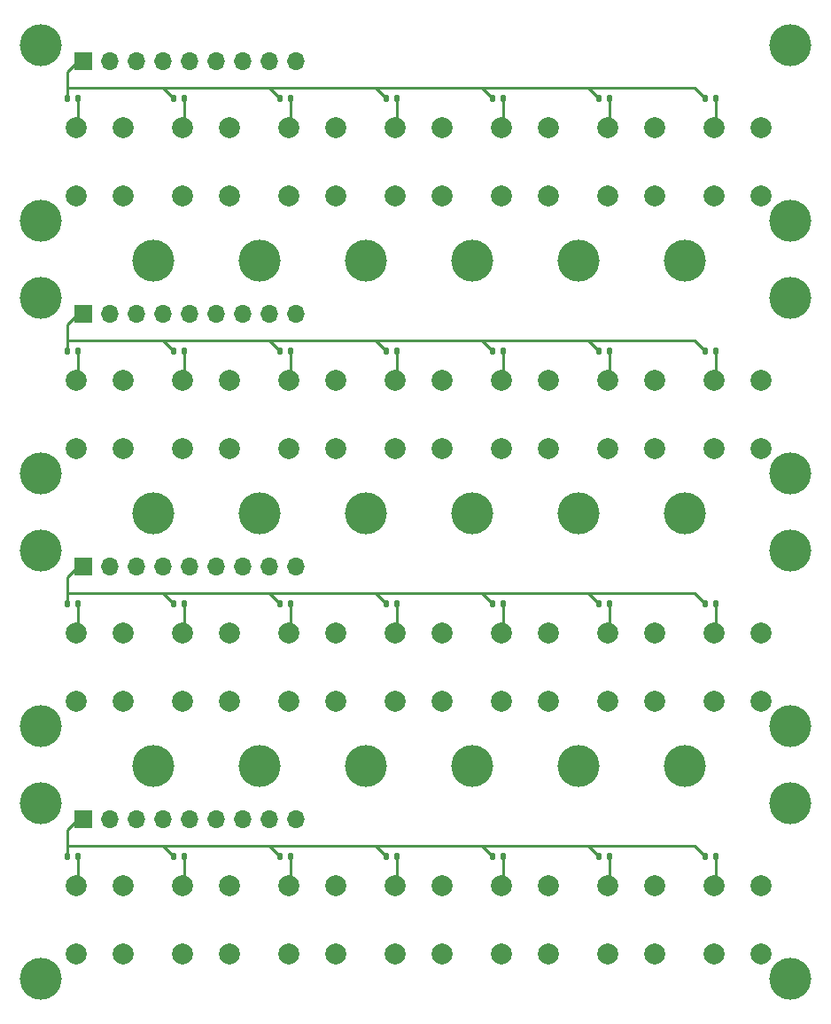
<source format=gbr>
%TF.GenerationSoftware,KiCad,Pcbnew,(5.1.7)-1*%
%TF.CreationDate,2021-03-20T09:03:10+03:00*%
%TF.ProjectId,mini_keyboard,6d696e69-5f6b-4657-9962-6f6172642e6b,v0.1*%
%TF.SameCoordinates,Original*%
%TF.FileFunction,Copper,L2,Bot*%
%TF.FilePolarity,Positive*%
%FSLAX46Y46*%
G04 Gerber Fmt 4.6, Leading zero omitted, Abs format (unit mm)*
G04 Created by KiCad (PCBNEW (5.1.7)-1) date 2021-03-20 09:03:10*
%MOMM*%
%LPD*%
G01*
G04 APERTURE LIST*
%TA.AperFunction,ComponentPad*%
%ADD10C,2.000000*%
%TD*%
%TA.AperFunction,ComponentPad*%
%ADD11R,1.700000X1.700000*%
%TD*%
%TA.AperFunction,ComponentPad*%
%ADD12O,1.700000X1.700000*%
%TD*%
%TA.AperFunction,ViaPad*%
%ADD13C,4.000000*%
%TD*%
%TA.AperFunction,Conductor*%
%ADD14C,0.250000*%
%TD*%
G04 APERTURE END LIST*
D10*
%TO.P,SW1,2*%
%TO.N,/button_1*%
X65350000Y-106680000D03*
%TO.P,SW1,1*%
%TO.N,GND*%
X69850000Y-106680000D03*
%TO.P,SW1,2*%
%TO.N,/button_1*%
X65350000Y-113180000D03*
%TO.P,SW1,1*%
%TO.N,GND*%
X69850000Y-113180000D03*
%TD*%
%TO.P,R7,1*%
%TO.N,VCC*%
%TA.AperFunction,SMDPad,CuDef*%
G36*
G01*
X125202000Y-104071000D02*
X125202000Y-103701000D01*
G75*
G02*
X125337000Y-103566000I135000J0D01*
G01*
X125607000Y-103566000D01*
G75*
G02*
X125742000Y-103701000I0J-135000D01*
G01*
X125742000Y-104071000D01*
G75*
G02*
X125607000Y-104206000I-135000J0D01*
G01*
X125337000Y-104206000D01*
G75*
G02*
X125202000Y-104071000I0J135000D01*
G01*
G37*
%TD.AperFunction*%
%TO.P,R7,2*%
%TO.N,/button_7*%
%TA.AperFunction,SMDPad,CuDef*%
G36*
G01*
X126222000Y-104071000D02*
X126222000Y-103701000D01*
G75*
G02*
X126357000Y-103566000I135000J0D01*
G01*
X126627000Y-103566000D01*
G75*
G02*
X126762000Y-103701000I0J-135000D01*
G01*
X126762000Y-104071000D01*
G75*
G02*
X126627000Y-104206000I-135000J0D01*
G01*
X126357000Y-104206000D01*
G75*
G02*
X126222000Y-104071000I0J135000D01*
G01*
G37*
%TD.AperFunction*%
%TD*%
%TO.P,R6,1*%
%TO.N,VCC*%
%TA.AperFunction,SMDPad,CuDef*%
G36*
G01*
X115042000Y-104071000D02*
X115042000Y-103701000D01*
G75*
G02*
X115177000Y-103566000I135000J0D01*
G01*
X115447000Y-103566000D01*
G75*
G02*
X115582000Y-103701000I0J-135000D01*
G01*
X115582000Y-104071000D01*
G75*
G02*
X115447000Y-104206000I-135000J0D01*
G01*
X115177000Y-104206000D01*
G75*
G02*
X115042000Y-104071000I0J135000D01*
G01*
G37*
%TD.AperFunction*%
%TO.P,R6,2*%
%TO.N,/button_6*%
%TA.AperFunction,SMDPad,CuDef*%
G36*
G01*
X116062000Y-104071000D02*
X116062000Y-103701000D01*
G75*
G02*
X116197000Y-103566000I135000J0D01*
G01*
X116467000Y-103566000D01*
G75*
G02*
X116602000Y-103701000I0J-135000D01*
G01*
X116602000Y-104071000D01*
G75*
G02*
X116467000Y-104206000I-135000J0D01*
G01*
X116197000Y-104206000D01*
G75*
G02*
X116062000Y-104071000I0J135000D01*
G01*
G37*
%TD.AperFunction*%
%TD*%
%TO.P,R5,1*%
%TO.N,VCC*%
%TA.AperFunction,SMDPad,CuDef*%
G36*
G01*
X104882000Y-104071000D02*
X104882000Y-103701000D01*
G75*
G02*
X105017000Y-103566000I135000J0D01*
G01*
X105287000Y-103566000D01*
G75*
G02*
X105422000Y-103701000I0J-135000D01*
G01*
X105422000Y-104071000D01*
G75*
G02*
X105287000Y-104206000I-135000J0D01*
G01*
X105017000Y-104206000D01*
G75*
G02*
X104882000Y-104071000I0J135000D01*
G01*
G37*
%TD.AperFunction*%
%TO.P,R5,2*%
%TO.N,/button_5*%
%TA.AperFunction,SMDPad,CuDef*%
G36*
G01*
X105902000Y-104071000D02*
X105902000Y-103701000D01*
G75*
G02*
X106037000Y-103566000I135000J0D01*
G01*
X106307000Y-103566000D01*
G75*
G02*
X106442000Y-103701000I0J-135000D01*
G01*
X106442000Y-104071000D01*
G75*
G02*
X106307000Y-104206000I-135000J0D01*
G01*
X106037000Y-104206000D01*
G75*
G02*
X105902000Y-104071000I0J135000D01*
G01*
G37*
%TD.AperFunction*%
%TD*%
%TO.P,R4,1*%
%TO.N,VCC*%
%TA.AperFunction,SMDPad,CuDef*%
G36*
G01*
X94722000Y-104071000D02*
X94722000Y-103701000D01*
G75*
G02*
X94857000Y-103566000I135000J0D01*
G01*
X95127000Y-103566000D01*
G75*
G02*
X95262000Y-103701000I0J-135000D01*
G01*
X95262000Y-104071000D01*
G75*
G02*
X95127000Y-104206000I-135000J0D01*
G01*
X94857000Y-104206000D01*
G75*
G02*
X94722000Y-104071000I0J135000D01*
G01*
G37*
%TD.AperFunction*%
%TO.P,R4,2*%
%TO.N,/button_4*%
%TA.AperFunction,SMDPad,CuDef*%
G36*
G01*
X95742000Y-104071000D02*
X95742000Y-103701000D01*
G75*
G02*
X95877000Y-103566000I135000J0D01*
G01*
X96147000Y-103566000D01*
G75*
G02*
X96282000Y-103701000I0J-135000D01*
G01*
X96282000Y-104071000D01*
G75*
G02*
X96147000Y-104206000I-135000J0D01*
G01*
X95877000Y-104206000D01*
G75*
G02*
X95742000Y-104071000I0J135000D01*
G01*
G37*
%TD.AperFunction*%
%TD*%
%TO.P,R3,1*%
%TO.N,VCC*%
%TA.AperFunction,SMDPad,CuDef*%
G36*
G01*
X84562000Y-104071000D02*
X84562000Y-103701000D01*
G75*
G02*
X84697000Y-103566000I135000J0D01*
G01*
X84967000Y-103566000D01*
G75*
G02*
X85102000Y-103701000I0J-135000D01*
G01*
X85102000Y-104071000D01*
G75*
G02*
X84967000Y-104206000I-135000J0D01*
G01*
X84697000Y-104206000D01*
G75*
G02*
X84562000Y-104071000I0J135000D01*
G01*
G37*
%TD.AperFunction*%
%TO.P,R3,2*%
%TO.N,/button_3*%
%TA.AperFunction,SMDPad,CuDef*%
G36*
G01*
X85582000Y-104071000D02*
X85582000Y-103701000D01*
G75*
G02*
X85717000Y-103566000I135000J0D01*
G01*
X85987000Y-103566000D01*
G75*
G02*
X86122000Y-103701000I0J-135000D01*
G01*
X86122000Y-104071000D01*
G75*
G02*
X85987000Y-104206000I-135000J0D01*
G01*
X85717000Y-104206000D01*
G75*
G02*
X85582000Y-104071000I0J135000D01*
G01*
G37*
%TD.AperFunction*%
%TD*%
%TO.P,R2,1*%
%TO.N,VCC*%
%TA.AperFunction,SMDPad,CuDef*%
G36*
G01*
X74402000Y-104071000D02*
X74402000Y-103701000D01*
G75*
G02*
X74537000Y-103566000I135000J0D01*
G01*
X74807000Y-103566000D01*
G75*
G02*
X74942000Y-103701000I0J-135000D01*
G01*
X74942000Y-104071000D01*
G75*
G02*
X74807000Y-104206000I-135000J0D01*
G01*
X74537000Y-104206000D01*
G75*
G02*
X74402000Y-104071000I0J135000D01*
G01*
G37*
%TD.AperFunction*%
%TO.P,R2,2*%
%TO.N,/button_2*%
%TA.AperFunction,SMDPad,CuDef*%
G36*
G01*
X75422000Y-104071000D02*
X75422000Y-103701000D01*
G75*
G02*
X75557000Y-103566000I135000J0D01*
G01*
X75827000Y-103566000D01*
G75*
G02*
X75962000Y-103701000I0J-135000D01*
G01*
X75962000Y-104071000D01*
G75*
G02*
X75827000Y-104206000I-135000J0D01*
G01*
X75557000Y-104206000D01*
G75*
G02*
X75422000Y-104071000I0J135000D01*
G01*
G37*
%TD.AperFunction*%
%TD*%
%TO.P,R1,1*%
%TO.N,VCC*%
%TA.AperFunction,SMDPad,CuDef*%
G36*
G01*
X64246000Y-104071000D02*
X64246000Y-103701000D01*
G75*
G02*
X64381000Y-103566000I135000J0D01*
G01*
X64651000Y-103566000D01*
G75*
G02*
X64786000Y-103701000I0J-135000D01*
G01*
X64786000Y-104071000D01*
G75*
G02*
X64651000Y-104206000I-135000J0D01*
G01*
X64381000Y-104206000D01*
G75*
G02*
X64246000Y-104071000I0J135000D01*
G01*
G37*
%TD.AperFunction*%
%TO.P,R1,2*%
%TO.N,/button_1*%
%TA.AperFunction,SMDPad,CuDef*%
G36*
G01*
X65266000Y-104071000D02*
X65266000Y-103701000D01*
G75*
G02*
X65401000Y-103566000I135000J0D01*
G01*
X65671000Y-103566000D01*
G75*
G02*
X65806000Y-103701000I0J-135000D01*
G01*
X65806000Y-104071000D01*
G75*
G02*
X65671000Y-104206000I-135000J0D01*
G01*
X65401000Y-104206000D01*
G75*
G02*
X65266000Y-104071000I0J135000D01*
G01*
G37*
%TD.AperFunction*%
%TD*%
D11*
%TO.P,J1,1*%
%TO.N,VCC*%
X66040000Y-100330000D03*
D12*
%TO.P,J1,2*%
%TO.N,/button_1*%
X68580000Y-100330000D03*
%TO.P,J1,3*%
%TO.N,/button_2*%
X71120000Y-100330000D03*
%TO.P,J1,4*%
%TO.N,/button_3*%
X73660000Y-100330000D03*
%TO.P,J1,5*%
%TO.N,/button_4*%
X76200000Y-100330000D03*
%TO.P,J1,6*%
%TO.N,/button_5*%
X78740000Y-100330000D03*
%TO.P,J1,7*%
%TO.N,/button_6*%
X81280000Y-100330000D03*
%TO.P,J1,8*%
%TO.N,/button_7*%
X83820000Y-100330000D03*
%TO.P,J1,9*%
%TO.N,GND*%
X86360000Y-100330000D03*
%TD*%
D10*
%TO.P,SW7,2*%
%TO.N,/button_7*%
X126310000Y-106680000D03*
%TO.P,SW7,1*%
%TO.N,GND*%
X130810000Y-106680000D03*
%TO.P,SW7,2*%
%TO.N,/button_7*%
X126310000Y-113180000D03*
%TO.P,SW7,1*%
%TO.N,GND*%
X130810000Y-113180000D03*
%TD*%
%TO.P,SW6,2*%
%TO.N,/button_6*%
X116150000Y-106680000D03*
%TO.P,SW6,1*%
%TO.N,GND*%
X120650000Y-106680000D03*
%TO.P,SW6,2*%
%TO.N,/button_6*%
X116150000Y-113180000D03*
%TO.P,SW6,1*%
%TO.N,GND*%
X120650000Y-113180000D03*
%TD*%
%TO.P,SW5,2*%
%TO.N,/button_5*%
X105990000Y-106680000D03*
%TO.P,SW5,1*%
%TO.N,GND*%
X110490000Y-106680000D03*
%TO.P,SW5,2*%
%TO.N,/button_5*%
X105990000Y-113180000D03*
%TO.P,SW5,1*%
%TO.N,GND*%
X110490000Y-113180000D03*
%TD*%
%TO.P,SW4,2*%
%TO.N,/button_4*%
X95830000Y-106680000D03*
%TO.P,SW4,1*%
%TO.N,GND*%
X100330000Y-106680000D03*
%TO.P,SW4,2*%
%TO.N,/button_4*%
X95830000Y-113180000D03*
%TO.P,SW4,1*%
%TO.N,GND*%
X100330000Y-113180000D03*
%TD*%
%TO.P,SW3,2*%
%TO.N,/button_3*%
X85670000Y-106680000D03*
%TO.P,SW3,1*%
%TO.N,GND*%
X90170000Y-106680000D03*
%TO.P,SW3,2*%
%TO.N,/button_3*%
X85670000Y-113180000D03*
%TO.P,SW3,1*%
%TO.N,GND*%
X90170000Y-113180000D03*
%TD*%
%TO.P,SW2,2*%
%TO.N,/button_2*%
X75510000Y-106680000D03*
%TO.P,SW2,1*%
%TO.N,GND*%
X80010000Y-106680000D03*
%TO.P,SW2,2*%
%TO.N,/button_2*%
X75510000Y-113180000D03*
%TO.P,SW2,1*%
%TO.N,GND*%
X80010000Y-113180000D03*
%TD*%
%TO.P,SW2,1*%
%TO.N,GND*%
X80010000Y-89050000D03*
%TO.P,SW2,2*%
%TO.N,/button_2*%
X75510000Y-89050000D03*
%TO.P,SW2,1*%
%TO.N,GND*%
X80010000Y-82550000D03*
%TO.P,SW2,2*%
%TO.N,/button_2*%
X75510000Y-82550000D03*
%TD*%
%TO.P,SW3,1*%
%TO.N,GND*%
X90170000Y-89050000D03*
%TO.P,SW3,2*%
%TO.N,/button_3*%
X85670000Y-89050000D03*
%TO.P,SW3,1*%
%TO.N,GND*%
X90170000Y-82550000D03*
%TO.P,SW3,2*%
%TO.N,/button_3*%
X85670000Y-82550000D03*
%TD*%
%TO.P,SW4,1*%
%TO.N,GND*%
X100330000Y-89050000D03*
%TO.P,SW4,2*%
%TO.N,/button_4*%
X95830000Y-89050000D03*
%TO.P,SW4,1*%
%TO.N,GND*%
X100330000Y-82550000D03*
%TO.P,SW4,2*%
%TO.N,/button_4*%
X95830000Y-82550000D03*
%TD*%
%TO.P,SW5,1*%
%TO.N,GND*%
X110490000Y-89050000D03*
%TO.P,SW5,2*%
%TO.N,/button_5*%
X105990000Y-89050000D03*
%TO.P,SW5,1*%
%TO.N,GND*%
X110490000Y-82550000D03*
%TO.P,SW5,2*%
%TO.N,/button_5*%
X105990000Y-82550000D03*
%TD*%
%TO.P,SW6,1*%
%TO.N,GND*%
X120650000Y-89050000D03*
%TO.P,SW6,2*%
%TO.N,/button_6*%
X116150000Y-89050000D03*
%TO.P,SW6,1*%
%TO.N,GND*%
X120650000Y-82550000D03*
%TO.P,SW6,2*%
%TO.N,/button_6*%
X116150000Y-82550000D03*
%TD*%
%TO.P,SW7,1*%
%TO.N,GND*%
X130810000Y-89050000D03*
%TO.P,SW7,2*%
%TO.N,/button_7*%
X126310000Y-89050000D03*
%TO.P,SW7,1*%
%TO.N,GND*%
X130810000Y-82550000D03*
%TO.P,SW7,2*%
%TO.N,/button_7*%
X126310000Y-82550000D03*
%TD*%
D12*
%TO.P,J1,9*%
%TO.N,GND*%
X86360000Y-76200000D03*
%TO.P,J1,8*%
%TO.N,/button_7*%
X83820000Y-76200000D03*
%TO.P,J1,7*%
%TO.N,/button_6*%
X81280000Y-76200000D03*
%TO.P,J1,6*%
%TO.N,/button_5*%
X78740000Y-76200000D03*
%TO.P,J1,5*%
%TO.N,/button_4*%
X76200000Y-76200000D03*
%TO.P,J1,4*%
%TO.N,/button_3*%
X73660000Y-76200000D03*
%TO.P,J1,3*%
%TO.N,/button_2*%
X71120000Y-76200000D03*
%TO.P,J1,2*%
%TO.N,/button_1*%
X68580000Y-76200000D03*
D11*
%TO.P,J1,1*%
%TO.N,VCC*%
X66040000Y-76200000D03*
%TD*%
%TO.P,R1,2*%
%TO.N,/button_1*%
%TA.AperFunction,SMDPad,CuDef*%
G36*
G01*
X65266000Y-79941000D02*
X65266000Y-79571000D01*
G75*
G02*
X65401000Y-79436000I135000J0D01*
G01*
X65671000Y-79436000D01*
G75*
G02*
X65806000Y-79571000I0J-135000D01*
G01*
X65806000Y-79941000D01*
G75*
G02*
X65671000Y-80076000I-135000J0D01*
G01*
X65401000Y-80076000D01*
G75*
G02*
X65266000Y-79941000I0J135000D01*
G01*
G37*
%TD.AperFunction*%
%TO.P,R1,1*%
%TO.N,VCC*%
%TA.AperFunction,SMDPad,CuDef*%
G36*
G01*
X64246000Y-79941000D02*
X64246000Y-79571000D01*
G75*
G02*
X64381000Y-79436000I135000J0D01*
G01*
X64651000Y-79436000D01*
G75*
G02*
X64786000Y-79571000I0J-135000D01*
G01*
X64786000Y-79941000D01*
G75*
G02*
X64651000Y-80076000I-135000J0D01*
G01*
X64381000Y-80076000D01*
G75*
G02*
X64246000Y-79941000I0J135000D01*
G01*
G37*
%TD.AperFunction*%
%TD*%
%TO.P,R2,2*%
%TO.N,/button_2*%
%TA.AperFunction,SMDPad,CuDef*%
G36*
G01*
X75422000Y-79941000D02*
X75422000Y-79571000D01*
G75*
G02*
X75557000Y-79436000I135000J0D01*
G01*
X75827000Y-79436000D01*
G75*
G02*
X75962000Y-79571000I0J-135000D01*
G01*
X75962000Y-79941000D01*
G75*
G02*
X75827000Y-80076000I-135000J0D01*
G01*
X75557000Y-80076000D01*
G75*
G02*
X75422000Y-79941000I0J135000D01*
G01*
G37*
%TD.AperFunction*%
%TO.P,R2,1*%
%TO.N,VCC*%
%TA.AperFunction,SMDPad,CuDef*%
G36*
G01*
X74402000Y-79941000D02*
X74402000Y-79571000D01*
G75*
G02*
X74537000Y-79436000I135000J0D01*
G01*
X74807000Y-79436000D01*
G75*
G02*
X74942000Y-79571000I0J-135000D01*
G01*
X74942000Y-79941000D01*
G75*
G02*
X74807000Y-80076000I-135000J0D01*
G01*
X74537000Y-80076000D01*
G75*
G02*
X74402000Y-79941000I0J135000D01*
G01*
G37*
%TD.AperFunction*%
%TD*%
%TO.P,R3,2*%
%TO.N,/button_3*%
%TA.AperFunction,SMDPad,CuDef*%
G36*
G01*
X85582000Y-79941000D02*
X85582000Y-79571000D01*
G75*
G02*
X85717000Y-79436000I135000J0D01*
G01*
X85987000Y-79436000D01*
G75*
G02*
X86122000Y-79571000I0J-135000D01*
G01*
X86122000Y-79941000D01*
G75*
G02*
X85987000Y-80076000I-135000J0D01*
G01*
X85717000Y-80076000D01*
G75*
G02*
X85582000Y-79941000I0J135000D01*
G01*
G37*
%TD.AperFunction*%
%TO.P,R3,1*%
%TO.N,VCC*%
%TA.AperFunction,SMDPad,CuDef*%
G36*
G01*
X84562000Y-79941000D02*
X84562000Y-79571000D01*
G75*
G02*
X84697000Y-79436000I135000J0D01*
G01*
X84967000Y-79436000D01*
G75*
G02*
X85102000Y-79571000I0J-135000D01*
G01*
X85102000Y-79941000D01*
G75*
G02*
X84967000Y-80076000I-135000J0D01*
G01*
X84697000Y-80076000D01*
G75*
G02*
X84562000Y-79941000I0J135000D01*
G01*
G37*
%TD.AperFunction*%
%TD*%
%TO.P,R4,2*%
%TO.N,/button_4*%
%TA.AperFunction,SMDPad,CuDef*%
G36*
G01*
X95742000Y-79941000D02*
X95742000Y-79571000D01*
G75*
G02*
X95877000Y-79436000I135000J0D01*
G01*
X96147000Y-79436000D01*
G75*
G02*
X96282000Y-79571000I0J-135000D01*
G01*
X96282000Y-79941000D01*
G75*
G02*
X96147000Y-80076000I-135000J0D01*
G01*
X95877000Y-80076000D01*
G75*
G02*
X95742000Y-79941000I0J135000D01*
G01*
G37*
%TD.AperFunction*%
%TO.P,R4,1*%
%TO.N,VCC*%
%TA.AperFunction,SMDPad,CuDef*%
G36*
G01*
X94722000Y-79941000D02*
X94722000Y-79571000D01*
G75*
G02*
X94857000Y-79436000I135000J0D01*
G01*
X95127000Y-79436000D01*
G75*
G02*
X95262000Y-79571000I0J-135000D01*
G01*
X95262000Y-79941000D01*
G75*
G02*
X95127000Y-80076000I-135000J0D01*
G01*
X94857000Y-80076000D01*
G75*
G02*
X94722000Y-79941000I0J135000D01*
G01*
G37*
%TD.AperFunction*%
%TD*%
%TO.P,R5,2*%
%TO.N,/button_5*%
%TA.AperFunction,SMDPad,CuDef*%
G36*
G01*
X105902000Y-79941000D02*
X105902000Y-79571000D01*
G75*
G02*
X106037000Y-79436000I135000J0D01*
G01*
X106307000Y-79436000D01*
G75*
G02*
X106442000Y-79571000I0J-135000D01*
G01*
X106442000Y-79941000D01*
G75*
G02*
X106307000Y-80076000I-135000J0D01*
G01*
X106037000Y-80076000D01*
G75*
G02*
X105902000Y-79941000I0J135000D01*
G01*
G37*
%TD.AperFunction*%
%TO.P,R5,1*%
%TO.N,VCC*%
%TA.AperFunction,SMDPad,CuDef*%
G36*
G01*
X104882000Y-79941000D02*
X104882000Y-79571000D01*
G75*
G02*
X105017000Y-79436000I135000J0D01*
G01*
X105287000Y-79436000D01*
G75*
G02*
X105422000Y-79571000I0J-135000D01*
G01*
X105422000Y-79941000D01*
G75*
G02*
X105287000Y-80076000I-135000J0D01*
G01*
X105017000Y-80076000D01*
G75*
G02*
X104882000Y-79941000I0J135000D01*
G01*
G37*
%TD.AperFunction*%
%TD*%
%TO.P,R6,2*%
%TO.N,/button_6*%
%TA.AperFunction,SMDPad,CuDef*%
G36*
G01*
X116062000Y-79941000D02*
X116062000Y-79571000D01*
G75*
G02*
X116197000Y-79436000I135000J0D01*
G01*
X116467000Y-79436000D01*
G75*
G02*
X116602000Y-79571000I0J-135000D01*
G01*
X116602000Y-79941000D01*
G75*
G02*
X116467000Y-80076000I-135000J0D01*
G01*
X116197000Y-80076000D01*
G75*
G02*
X116062000Y-79941000I0J135000D01*
G01*
G37*
%TD.AperFunction*%
%TO.P,R6,1*%
%TO.N,VCC*%
%TA.AperFunction,SMDPad,CuDef*%
G36*
G01*
X115042000Y-79941000D02*
X115042000Y-79571000D01*
G75*
G02*
X115177000Y-79436000I135000J0D01*
G01*
X115447000Y-79436000D01*
G75*
G02*
X115582000Y-79571000I0J-135000D01*
G01*
X115582000Y-79941000D01*
G75*
G02*
X115447000Y-80076000I-135000J0D01*
G01*
X115177000Y-80076000D01*
G75*
G02*
X115042000Y-79941000I0J135000D01*
G01*
G37*
%TD.AperFunction*%
%TD*%
%TO.P,R7,2*%
%TO.N,/button_7*%
%TA.AperFunction,SMDPad,CuDef*%
G36*
G01*
X126222000Y-79941000D02*
X126222000Y-79571000D01*
G75*
G02*
X126357000Y-79436000I135000J0D01*
G01*
X126627000Y-79436000D01*
G75*
G02*
X126762000Y-79571000I0J-135000D01*
G01*
X126762000Y-79941000D01*
G75*
G02*
X126627000Y-80076000I-135000J0D01*
G01*
X126357000Y-80076000D01*
G75*
G02*
X126222000Y-79941000I0J135000D01*
G01*
G37*
%TD.AperFunction*%
%TO.P,R7,1*%
%TO.N,VCC*%
%TA.AperFunction,SMDPad,CuDef*%
G36*
G01*
X125202000Y-79941000D02*
X125202000Y-79571000D01*
G75*
G02*
X125337000Y-79436000I135000J0D01*
G01*
X125607000Y-79436000D01*
G75*
G02*
X125742000Y-79571000I0J-135000D01*
G01*
X125742000Y-79941000D01*
G75*
G02*
X125607000Y-80076000I-135000J0D01*
G01*
X125337000Y-80076000D01*
G75*
G02*
X125202000Y-79941000I0J135000D01*
G01*
G37*
%TD.AperFunction*%
%TD*%
D10*
%TO.P,SW1,1*%
%TO.N,GND*%
X69850000Y-89050000D03*
%TO.P,SW1,2*%
%TO.N,/button_1*%
X65350000Y-89050000D03*
%TO.P,SW1,1*%
%TO.N,GND*%
X69850000Y-82550000D03*
%TO.P,SW1,2*%
%TO.N,/button_1*%
X65350000Y-82550000D03*
%TD*%
%TO.P,SW1,2*%
%TO.N,/button_1*%
X65350000Y-58420000D03*
%TO.P,SW1,1*%
%TO.N,GND*%
X69850000Y-58420000D03*
%TO.P,SW1,2*%
%TO.N,/button_1*%
X65350000Y-64920000D03*
%TO.P,SW1,1*%
%TO.N,GND*%
X69850000Y-64920000D03*
%TD*%
%TO.P,R7,1*%
%TO.N,VCC*%
%TA.AperFunction,SMDPad,CuDef*%
G36*
G01*
X125202000Y-55811000D02*
X125202000Y-55441000D01*
G75*
G02*
X125337000Y-55306000I135000J0D01*
G01*
X125607000Y-55306000D01*
G75*
G02*
X125742000Y-55441000I0J-135000D01*
G01*
X125742000Y-55811000D01*
G75*
G02*
X125607000Y-55946000I-135000J0D01*
G01*
X125337000Y-55946000D01*
G75*
G02*
X125202000Y-55811000I0J135000D01*
G01*
G37*
%TD.AperFunction*%
%TO.P,R7,2*%
%TO.N,/button_7*%
%TA.AperFunction,SMDPad,CuDef*%
G36*
G01*
X126222000Y-55811000D02*
X126222000Y-55441000D01*
G75*
G02*
X126357000Y-55306000I135000J0D01*
G01*
X126627000Y-55306000D01*
G75*
G02*
X126762000Y-55441000I0J-135000D01*
G01*
X126762000Y-55811000D01*
G75*
G02*
X126627000Y-55946000I-135000J0D01*
G01*
X126357000Y-55946000D01*
G75*
G02*
X126222000Y-55811000I0J135000D01*
G01*
G37*
%TD.AperFunction*%
%TD*%
%TO.P,R6,1*%
%TO.N,VCC*%
%TA.AperFunction,SMDPad,CuDef*%
G36*
G01*
X115042000Y-55811000D02*
X115042000Y-55441000D01*
G75*
G02*
X115177000Y-55306000I135000J0D01*
G01*
X115447000Y-55306000D01*
G75*
G02*
X115582000Y-55441000I0J-135000D01*
G01*
X115582000Y-55811000D01*
G75*
G02*
X115447000Y-55946000I-135000J0D01*
G01*
X115177000Y-55946000D01*
G75*
G02*
X115042000Y-55811000I0J135000D01*
G01*
G37*
%TD.AperFunction*%
%TO.P,R6,2*%
%TO.N,/button_6*%
%TA.AperFunction,SMDPad,CuDef*%
G36*
G01*
X116062000Y-55811000D02*
X116062000Y-55441000D01*
G75*
G02*
X116197000Y-55306000I135000J0D01*
G01*
X116467000Y-55306000D01*
G75*
G02*
X116602000Y-55441000I0J-135000D01*
G01*
X116602000Y-55811000D01*
G75*
G02*
X116467000Y-55946000I-135000J0D01*
G01*
X116197000Y-55946000D01*
G75*
G02*
X116062000Y-55811000I0J135000D01*
G01*
G37*
%TD.AperFunction*%
%TD*%
%TO.P,R5,1*%
%TO.N,VCC*%
%TA.AperFunction,SMDPad,CuDef*%
G36*
G01*
X104882000Y-55811000D02*
X104882000Y-55441000D01*
G75*
G02*
X105017000Y-55306000I135000J0D01*
G01*
X105287000Y-55306000D01*
G75*
G02*
X105422000Y-55441000I0J-135000D01*
G01*
X105422000Y-55811000D01*
G75*
G02*
X105287000Y-55946000I-135000J0D01*
G01*
X105017000Y-55946000D01*
G75*
G02*
X104882000Y-55811000I0J135000D01*
G01*
G37*
%TD.AperFunction*%
%TO.P,R5,2*%
%TO.N,/button_5*%
%TA.AperFunction,SMDPad,CuDef*%
G36*
G01*
X105902000Y-55811000D02*
X105902000Y-55441000D01*
G75*
G02*
X106037000Y-55306000I135000J0D01*
G01*
X106307000Y-55306000D01*
G75*
G02*
X106442000Y-55441000I0J-135000D01*
G01*
X106442000Y-55811000D01*
G75*
G02*
X106307000Y-55946000I-135000J0D01*
G01*
X106037000Y-55946000D01*
G75*
G02*
X105902000Y-55811000I0J135000D01*
G01*
G37*
%TD.AperFunction*%
%TD*%
%TO.P,R4,1*%
%TO.N,VCC*%
%TA.AperFunction,SMDPad,CuDef*%
G36*
G01*
X94722000Y-55811000D02*
X94722000Y-55441000D01*
G75*
G02*
X94857000Y-55306000I135000J0D01*
G01*
X95127000Y-55306000D01*
G75*
G02*
X95262000Y-55441000I0J-135000D01*
G01*
X95262000Y-55811000D01*
G75*
G02*
X95127000Y-55946000I-135000J0D01*
G01*
X94857000Y-55946000D01*
G75*
G02*
X94722000Y-55811000I0J135000D01*
G01*
G37*
%TD.AperFunction*%
%TO.P,R4,2*%
%TO.N,/button_4*%
%TA.AperFunction,SMDPad,CuDef*%
G36*
G01*
X95742000Y-55811000D02*
X95742000Y-55441000D01*
G75*
G02*
X95877000Y-55306000I135000J0D01*
G01*
X96147000Y-55306000D01*
G75*
G02*
X96282000Y-55441000I0J-135000D01*
G01*
X96282000Y-55811000D01*
G75*
G02*
X96147000Y-55946000I-135000J0D01*
G01*
X95877000Y-55946000D01*
G75*
G02*
X95742000Y-55811000I0J135000D01*
G01*
G37*
%TD.AperFunction*%
%TD*%
%TO.P,R3,1*%
%TO.N,VCC*%
%TA.AperFunction,SMDPad,CuDef*%
G36*
G01*
X84562000Y-55811000D02*
X84562000Y-55441000D01*
G75*
G02*
X84697000Y-55306000I135000J0D01*
G01*
X84967000Y-55306000D01*
G75*
G02*
X85102000Y-55441000I0J-135000D01*
G01*
X85102000Y-55811000D01*
G75*
G02*
X84967000Y-55946000I-135000J0D01*
G01*
X84697000Y-55946000D01*
G75*
G02*
X84562000Y-55811000I0J135000D01*
G01*
G37*
%TD.AperFunction*%
%TO.P,R3,2*%
%TO.N,/button_3*%
%TA.AperFunction,SMDPad,CuDef*%
G36*
G01*
X85582000Y-55811000D02*
X85582000Y-55441000D01*
G75*
G02*
X85717000Y-55306000I135000J0D01*
G01*
X85987000Y-55306000D01*
G75*
G02*
X86122000Y-55441000I0J-135000D01*
G01*
X86122000Y-55811000D01*
G75*
G02*
X85987000Y-55946000I-135000J0D01*
G01*
X85717000Y-55946000D01*
G75*
G02*
X85582000Y-55811000I0J135000D01*
G01*
G37*
%TD.AperFunction*%
%TD*%
%TO.P,R2,1*%
%TO.N,VCC*%
%TA.AperFunction,SMDPad,CuDef*%
G36*
G01*
X74402000Y-55811000D02*
X74402000Y-55441000D01*
G75*
G02*
X74537000Y-55306000I135000J0D01*
G01*
X74807000Y-55306000D01*
G75*
G02*
X74942000Y-55441000I0J-135000D01*
G01*
X74942000Y-55811000D01*
G75*
G02*
X74807000Y-55946000I-135000J0D01*
G01*
X74537000Y-55946000D01*
G75*
G02*
X74402000Y-55811000I0J135000D01*
G01*
G37*
%TD.AperFunction*%
%TO.P,R2,2*%
%TO.N,/button_2*%
%TA.AperFunction,SMDPad,CuDef*%
G36*
G01*
X75422000Y-55811000D02*
X75422000Y-55441000D01*
G75*
G02*
X75557000Y-55306000I135000J0D01*
G01*
X75827000Y-55306000D01*
G75*
G02*
X75962000Y-55441000I0J-135000D01*
G01*
X75962000Y-55811000D01*
G75*
G02*
X75827000Y-55946000I-135000J0D01*
G01*
X75557000Y-55946000D01*
G75*
G02*
X75422000Y-55811000I0J135000D01*
G01*
G37*
%TD.AperFunction*%
%TD*%
%TO.P,R1,1*%
%TO.N,VCC*%
%TA.AperFunction,SMDPad,CuDef*%
G36*
G01*
X64246000Y-55811000D02*
X64246000Y-55441000D01*
G75*
G02*
X64381000Y-55306000I135000J0D01*
G01*
X64651000Y-55306000D01*
G75*
G02*
X64786000Y-55441000I0J-135000D01*
G01*
X64786000Y-55811000D01*
G75*
G02*
X64651000Y-55946000I-135000J0D01*
G01*
X64381000Y-55946000D01*
G75*
G02*
X64246000Y-55811000I0J135000D01*
G01*
G37*
%TD.AperFunction*%
%TO.P,R1,2*%
%TO.N,/button_1*%
%TA.AperFunction,SMDPad,CuDef*%
G36*
G01*
X65266000Y-55811000D02*
X65266000Y-55441000D01*
G75*
G02*
X65401000Y-55306000I135000J0D01*
G01*
X65671000Y-55306000D01*
G75*
G02*
X65806000Y-55441000I0J-135000D01*
G01*
X65806000Y-55811000D01*
G75*
G02*
X65671000Y-55946000I-135000J0D01*
G01*
X65401000Y-55946000D01*
G75*
G02*
X65266000Y-55811000I0J135000D01*
G01*
G37*
%TD.AperFunction*%
%TD*%
D11*
%TO.P,J1,1*%
%TO.N,VCC*%
X66040000Y-52070000D03*
D12*
%TO.P,J1,2*%
%TO.N,/button_1*%
X68580000Y-52070000D03*
%TO.P,J1,3*%
%TO.N,/button_2*%
X71120000Y-52070000D03*
%TO.P,J1,4*%
%TO.N,/button_3*%
X73660000Y-52070000D03*
%TO.P,J1,5*%
%TO.N,/button_4*%
X76200000Y-52070000D03*
%TO.P,J1,6*%
%TO.N,/button_5*%
X78740000Y-52070000D03*
%TO.P,J1,7*%
%TO.N,/button_6*%
X81280000Y-52070000D03*
%TO.P,J1,8*%
%TO.N,/button_7*%
X83820000Y-52070000D03*
%TO.P,J1,9*%
%TO.N,GND*%
X86360000Y-52070000D03*
%TD*%
D10*
%TO.P,SW7,2*%
%TO.N,/button_7*%
X126310000Y-58420000D03*
%TO.P,SW7,1*%
%TO.N,GND*%
X130810000Y-58420000D03*
%TO.P,SW7,2*%
%TO.N,/button_7*%
X126310000Y-64920000D03*
%TO.P,SW7,1*%
%TO.N,GND*%
X130810000Y-64920000D03*
%TD*%
%TO.P,SW6,2*%
%TO.N,/button_6*%
X116150000Y-58420000D03*
%TO.P,SW6,1*%
%TO.N,GND*%
X120650000Y-58420000D03*
%TO.P,SW6,2*%
%TO.N,/button_6*%
X116150000Y-64920000D03*
%TO.P,SW6,1*%
%TO.N,GND*%
X120650000Y-64920000D03*
%TD*%
%TO.P,SW5,2*%
%TO.N,/button_5*%
X105990000Y-58420000D03*
%TO.P,SW5,1*%
%TO.N,GND*%
X110490000Y-58420000D03*
%TO.P,SW5,2*%
%TO.N,/button_5*%
X105990000Y-64920000D03*
%TO.P,SW5,1*%
%TO.N,GND*%
X110490000Y-64920000D03*
%TD*%
%TO.P,SW4,2*%
%TO.N,/button_4*%
X95830000Y-58420000D03*
%TO.P,SW4,1*%
%TO.N,GND*%
X100330000Y-58420000D03*
%TO.P,SW4,2*%
%TO.N,/button_4*%
X95830000Y-64920000D03*
%TO.P,SW4,1*%
%TO.N,GND*%
X100330000Y-64920000D03*
%TD*%
%TO.P,SW3,2*%
%TO.N,/button_3*%
X85670000Y-58420000D03*
%TO.P,SW3,1*%
%TO.N,GND*%
X90170000Y-58420000D03*
%TO.P,SW3,2*%
%TO.N,/button_3*%
X85670000Y-64920000D03*
%TO.P,SW3,1*%
%TO.N,GND*%
X90170000Y-64920000D03*
%TD*%
%TO.P,SW2,2*%
%TO.N,/button_2*%
X75510000Y-58420000D03*
%TO.P,SW2,1*%
%TO.N,GND*%
X80010000Y-58420000D03*
%TO.P,SW2,2*%
%TO.N,/button_2*%
X75510000Y-64920000D03*
%TO.P,SW2,1*%
%TO.N,GND*%
X80010000Y-64920000D03*
%TD*%
%TO.P,SW7,1*%
%TO.N,GND*%
X130810000Y-40790000D03*
%TO.P,SW7,2*%
%TO.N,/button_7*%
X126310000Y-40790000D03*
%TO.P,SW7,1*%
%TO.N,GND*%
X130810000Y-34290000D03*
%TO.P,SW7,2*%
%TO.N,/button_7*%
X126310000Y-34290000D03*
%TD*%
%TO.P,SW6,1*%
%TO.N,GND*%
X120650000Y-40790000D03*
%TO.P,SW6,2*%
%TO.N,/button_6*%
X116150000Y-40790000D03*
%TO.P,SW6,1*%
%TO.N,GND*%
X120650000Y-34290000D03*
%TO.P,SW6,2*%
%TO.N,/button_6*%
X116150000Y-34290000D03*
%TD*%
%TO.P,SW5,1*%
%TO.N,GND*%
X110490000Y-40790000D03*
%TO.P,SW5,2*%
%TO.N,/button_5*%
X105990000Y-40790000D03*
%TO.P,SW5,1*%
%TO.N,GND*%
X110490000Y-34290000D03*
%TO.P,SW5,2*%
%TO.N,/button_5*%
X105990000Y-34290000D03*
%TD*%
%TO.P,SW4,1*%
%TO.N,GND*%
X100330000Y-40790000D03*
%TO.P,SW4,2*%
%TO.N,/button_4*%
X95830000Y-40790000D03*
%TO.P,SW4,1*%
%TO.N,GND*%
X100330000Y-34290000D03*
%TO.P,SW4,2*%
%TO.N,/button_4*%
X95830000Y-34290000D03*
%TD*%
%TO.P,SW3,1*%
%TO.N,GND*%
X90170000Y-40790000D03*
%TO.P,SW3,2*%
%TO.N,/button_3*%
X85670000Y-40790000D03*
%TO.P,SW3,1*%
%TO.N,GND*%
X90170000Y-34290000D03*
%TO.P,SW3,2*%
%TO.N,/button_3*%
X85670000Y-34290000D03*
%TD*%
%TO.P,SW2,1*%
%TO.N,GND*%
X80010000Y-40790000D03*
%TO.P,SW2,2*%
%TO.N,/button_2*%
X75510000Y-40790000D03*
%TO.P,SW2,1*%
%TO.N,GND*%
X80010000Y-34290000D03*
%TO.P,SW2,2*%
%TO.N,/button_2*%
X75510000Y-34290000D03*
%TD*%
%TO.P,SW1,1*%
%TO.N,GND*%
X69850000Y-40790000D03*
%TO.P,SW1,2*%
%TO.N,/button_1*%
X65350000Y-40790000D03*
%TO.P,SW1,1*%
%TO.N,GND*%
X69850000Y-34290000D03*
%TO.P,SW1,2*%
%TO.N,/button_1*%
X65350000Y-34290000D03*
%TD*%
%TO.P,R7,2*%
%TO.N,/button_7*%
%TA.AperFunction,SMDPad,CuDef*%
G36*
G01*
X126222000Y-31681000D02*
X126222000Y-31311000D01*
G75*
G02*
X126357000Y-31176000I135000J0D01*
G01*
X126627000Y-31176000D01*
G75*
G02*
X126762000Y-31311000I0J-135000D01*
G01*
X126762000Y-31681000D01*
G75*
G02*
X126627000Y-31816000I-135000J0D01*
G01*
X126357000Y-31816000D01*
G75*
G02*
X126222000Y-31681000I0J135000D01*
G01*
G37*
%TD.AperFunction*%
%TO.P,R7,1*%
%TO.N,VCC*%
%TA.AperFunction,SMDPad,CuDef*%
G36*
G01*
X125202000Y-31681000D02*
X125202000Y-31311000D01*
G75*
G02*
X125337000Y-31176000I135000J0D01*
G01*
X125607000Y-31176000D01*
G75*
G02*
X125742000Y-31311000I0J-135000D01*
G01*
X125742000Y-31681000D01*
G75*
G02*
X125607000Y-31816000I-135000J0D01*
G01*
X125337000Y-31816000D01*
G75*
G02*
X125202000Y-31681000I0J135000D01*
G01*
G37*
%TD.AperFunction*%
%TD*%
%TO.P,R6,2*%
%TO.N,/button_6*%
%TA.AperFunction,SMDPad,CuDef*%
G36*
G01*
X116062000Y-31681000D02*
X116062000Y-31311000D01*
G75*
G02*
X116197000Y-31176000I135000J0D01*
G01*
X116467000Y-31176000D01*
G75*
G02*
X116602000Y-31311000I0J-135000D01*
G01*
X116602000Y-31681000D01*
G75*
G02*
X116467000Y-31816000I-135000J0D01*
G01*
X116197000Y-31816000D01*
G75*
G02*
X116062000Y-31681000I0J135000D01*
G01*
G37*
%TD.AperFunction*%
%TO.P,R6,1*%
%TO.N,VCC*%
%TA.AperFunction,SMDPad,CuDef*%
G36*
G01*
X115042000Y-31681000D02*
X115042000Y-31311000D01*
G75*
G02*
X115177000Y-31176000I135000J0D01*
G01*
X115447000Y-31176000D01*
G75*
G02*
X115582000Y-31311000I0J-135000D01*
G01*
X115582000Y-31681000D01*
G75*
G02*
X115447000Y-31816000I-135000J0D01*
G01*
X115177000Y-31816000D01*
G75*
G02*
X115042000Y-31681000I0J135000D01*
G01*
G37*
%TD.AperFunction*%
%TD*%
%TO.P,R5,2*%
%TO.N,/button_5*%
%TA.AperFunction,SMDPad,CuDef*%
G36*
G01*
X105902000Y-31681000D02*
X105902000Y-31311000D01*
G75*
G02*
X106037000Y-31176000I135000J0D01*
G01*
X106307000Y-31176000D01*
G75*
G02*
X106442000Y-31311000I0J-135000D01*
G01*
X106442000Y-31681000D01*
G75*
G02*
X106307000Y-31816000I-135000J0D01*
G01*
X106037000Y-31816000D01*
G75*
G02*
X105902000Y-31681000I0J135000D01*
G01*
G37*
%TD.AperFunction*%
%TO.P,R5,1*%
%TO.N,VCC*%
%TA.AperFunction,SMDPad,CuDef*%
G36*
G01*
X104882000Y-31681000D02*
X104882000Y-31311000D01*
G75*
G02*
X105017000Y-31176000I135000J0D01*
G01*
X105287000Y-31176000D01*
G75*
G02*
X105422000Y-31311000I0J-135000D01*
G01*
X105422000Y-31681000D01*
G75*
G02*
X105287000Y-31816000I-135000J0D01*
G01*
X105017000Y-31816000D01*
G75*
G02*
X104882000Y-31681000I0J135000D01*
G01*
G37*
%TD.AperFunction*%
%TD*%
%TO.P,R4,2*%
%TO.N,/button_4*%
%TA.AperFunction,SMDPad,CuDef*%
G36*
G01*
X95742000Y-31681000D02*
X95742000Y-31311000D01*
G75*
G02*
X95877000Y-31176000I135000J0D01*
G01*
X96147000Y-31176000D01*
G75*
G02*
X96282000Y-31311000I0J-135000D01*
G01*
X96282000Y-31681000D01*
G75*
G02*
X96147000Y-31816000I-135000J0D01*
G01*
X95877000Y-31816000D01*
G75*
G02*
X95742000Y-31681000I0J135000D01*
G01*
G37*
%TD.AperFunction*%
%TO.P,R4,1*%
%TO.N,VCC*%
%TA.AperFunction,SMDPad,CuDef*%
G36*
G01*
X94722000Y-31681000D02*
X94722000Y-31311000D01*
G75*
G02*
X94857000Y-31176000I135000J0D01*
G01*
X95127000Y-31176000D01*
G75*
G02*
X95262000Y-31311000I0J-135000D01*
G01*
X95262000Y-31681000D01*
G75*
G02*
X95127000Y-31816000I-135000J0D01*
G01*
X94857000Y-31816000D01*
G75*
G02*
X94722000Y-31681000I0J135000D01*
G01*
G37*
%TD.AperFunction*%
%TD*%
%TO.P,R3,2*%
%TO.N,/button_3*%
%TA.AperFunction,SMDPad,CuDef*%
G36*
G01*
X85582000Y-31681000D02*
X85582000Y-31311000D01*
G75*
G02*
X85717000Y-31176000I135000J0D01*
G01*
X85987000Y-31176000D01*
G75*
G02*
X86122000Y-31311000I0J-135000D01*
G01*
X86122000Y-31681000D01*
G75*
G02*
X85987000Y-31816000I-135000J0D01*
G01*
X85717000Y-31816000D01*
G75*
G02*
X85582000Y-31681000I0J135000D01*
G01*
G37*
%TD.AperFunction*%
%TO.P,R3,1*%
%TO.N,VCC*%
%TA.AperFunction,SMDPad,CuDef*%
G36*
G01*
X84562000Y-31681000D02*
X84562000Y-31311000D01*
G75*
G02*
X84697000Y-31176000I135000J0D01*
G01*
X84967000Y-31176000D01*
G75*
G02*
X85102000Y-31311000I0J-135000D01*
G01*
X85102000Y-31681000D01*
G75*
G02*
X84967000Y-31816000I-135000J0D01*
G01*
X84697000Y-31816000D01*
G75*
G02*
X84562000Y-31681000I0J135000D01*
G01*
G37*
%TD.AperFunction*%
%TD*%
%TO.P,R2,2*%
%TO.N,/button_2*%
%TA.AperFunction,SMDPad,CuDef*%
G36*
G01*
X75422000Y-31681000D02*
X75422000Y-31311000D01*
G75*
G02*
X75557000Y-31176000I135000J0D01*
G01*
X75827000Y-31176000D01*
G75*
G02*
X75962000Y-31311000I0J-135000D01*
G01*
X75962000Y-31681000D01*
G75*
G02*
X75827000Y-31816000I-135000J0D01*
G01*
X75557000Y-31816000D01*
G75*
G02*
X75422000Y-31681000I0J135000D01*
G01*
G37*
%TD.AperFunction*%
%TO.P,R2,1*%
%TO.N,VCC*%
%TA.AperFunction,SMDPad,CuDef*%
G36*
G01*
X74402000Y-31681000D02*
X74402000Y-31311000D01*
G75*
G02*
X74537000Y-31176000I135000J0D01*
G01*
X74807000Y-31176000D01*
G75*
G02*
X74942000Y-31311000I0J-135000D01*
G01*
X74942000Y-31681000D01*
G75*
G02*
X74807000Y-31816000I-135000J0D01*
G01*
X74537000Y-31816000D01*
G75*
G02*
X74402000Y-31681000I0J135000D01*
G01*
G37*
%TD.AperFunction*%
%TD*%
%TO.P,R1,2*%
%TO.N,/button_1*%
%TA.AperFunction,SMDPad,CuDef*%
G36*
G01*
X65266000Y-31681000D02*
X65266000Y-31311000D01*
G75*
G02*
X65401000Y-31176000I135000J0D01*
G01*
X65671000Y-31176000D01*
G75*
G02*
X65806000Y-31311000I0J-135000D01*
G01*
X65806000Y-31681000D01*
G75*
G02*
X65671000Y-31816000I-135000J0D01*
G01*
X65401000Y-31816000D01*
G75*
G02*
X65266000Y-31681000I0J135000D01*
G01*
G37*
%TD.AperFunction*%
%TO.P,R1,1*%
%TO.N,VCC*%
%TA.AperFunction,SMDPad,CuDef*%
G36*
G01*
X64246000Y-31681000D02*
X64246000Y-31311000D01*
G75*
G02*
X64381000Y-31176000I135000J0D01*
G01*
X64651000Y-31176000D01*
G75*
G02*
X64786000Y-31311000I0J-135000D01*
G01*
X64786000Y-31681000D01*
G75*
G02*
X64651000Y-31816000I-135000J0D01*
G01*
X64381000Y-31816000D01*
G75*
G02*
X64246000Y-31681000I0J135000D01*
G01*
G37*
%TD.AperFunction*%
%TD*%
D12*
%TO.P,J1,9*%
%TO.N,GND*%
X86360000Y-27940000D03*
%TO.P,J1,8*%
%TO.N,/button_7*%
X83820000Y-27940000D03*
%TO.P,J1,7*%
%TO.N,/button_6*%
X81280000Y-27940000D03*
%TO.P,J1,6*%
%TO.N,/button_5*%
X78740000Y-27940000D03*
%TO.P,J1,5*%
%TO.N,/button_4*%
X76200000Y-27940000D03*
%TO.P,J1,4*%
%TO.N,/button_3*%
X73660000Y-27940000D03*
%TO.P,J1,3*%
%TO.N,/button_2*%
X71120000Y-27940000D03*
%TO.P,J1,2*%
%TO.N,/button_1*%
X68580000Y-27940000D03*
D11*
%TO.P,J1,1*%
%TO.N,VCC*%
X66040000Y-27940000D03*
%TD*%
D13*
%TO.N,GND*%
X123571000Y-95250000D03*
X113411000Y-95250000D03*
X103251000Y-95250000D03*
X93091000Y-95250000D03*
X82931000Y-95250000D03*
X72771000Y-95250000D03*
X123571000Y-71120000D03*
X113411000Y-71120000D03*
X103251000Y-71120000D03*
X93091000Y-71120000D03*
X82931000Y-71120000D03*
X72771000Y-71120000D03*
X72771000Y-46990000D03*
X82931000Y-46990000D03*
X93091000Y-46990000D03*
X103251000Y-46990000D03*
X113411000Y-46990000D03*
X123571000Y-46990000D03*
X61976000Y-43180000D03*
X133604000Y-26416000D03*
X133604000Y-43180000D03*
X61976000Y-26416000D03*
X61976000Y-67310000D03*
X133604000Y-50546000D03*
X133604000Y-67310000D03*
X61976000Y-50546000D03*
X133604000Y-91440000D03*
X133604000Y-74676000D03*
X61976000Y-91440000D03*
X61976000Y-74676000D03*
X61976000Y-98806000D03*
X133604000Y-115570000D03*
X61976000Y-115570000D03*
X133604000Y-98806000D03*
%TD*%
D14*
%TO.N,/button_7*%
X126492000Y-34108000D02*
X126310000Y-34290000D01*
X126492000Y-31496000D02*
X126492000Y-34108000D01*
X126492000Y-58238000D02*
X126310000Y-58420000D01*
X126492000Y-55626000D02*
X126492000Y-58238000D01*
X126492000Y-79756000D02*
X126492000Y-82368000D01*
X126492000Y-82368000D02*
X126310000Y-82550000D01*
X126492000Y-103886000D02*
X126492000Y-106498000D01*
X126492000Y-106498000D02*
X126310000Y-106680000D01*
%TO.N,/button_6*%
X116332000Y-34108000D02*
X116150000Y-34290000D01*
X116332000Y-31496000D02*
X116332000Y-34108000D01*
X116332000Y-58238000D02*
X116150000Y-58420000D01*
X116332000Y-55626000D02*
X116332000Y-58238000D01*
X116332000Y-82368000D02*
X116150000Y-82550000D01*
X116332000Y-79756000D02*
X116332000Y-82368000D01*
X116332000Y-106498000D02*
X116150000Y-106680000D01*
X116332000Y-103886000D02*
X116332000Y-106498000D01*
%TO.N,/button_5*%
X106172000Y-34108000D02*
X105990000Y-34290000D01*
X106172000Y-31496000D02*
X106172000Y-34108000D01*
X106172000Y-55626000D02*
X106172000Y-58238000D01*
X106172000Y-58238000D02*
X105990000Y-58420000D01*
X106172000Y-82368000D02*
X105990000Y-82550000D01*
X106172000Y-79756000D02*
X106172000Y-82368000D01*
X106172000Y-106498000D02*
X105990000Y-106680000D01*
X106172000Y-103886000D02*
X106172000Y-106498000D01*
%TO.N,/button_4*%
X96012000Y-34108000D02*
X95830000Y-34290000D01*
X96012000Y-31496000D02*
X96012000Y-34108000D01*
X96012000Y-55626000D02*
X96012000Y-58238000D01*
X96012000Y-58238000D02*
X95830000Y-58420000D01*
X96012000Y-82368000D02*
X95830000Y-82550000D01*
X96012000Y-79756000D02*
X96012000Y-82368000D01*
X96012000Y-106498000D02*
X95830000Y-106680000D01*
X96012000Y-103886000D02*
X96012000Y-106498000D01*
%TO.N,/button_3*%
X85852000Y-34108000D02*
X85670000Y-34290000D01*
X85852000Y-31496000D02*
X85852000Y-34108000D01*
X85852000Y-58238000D02*
X85670000Y-58420000D01*
X85852000Y-55626000D02*
X85852000Y-58238000D01*
X85852000Y-82368000D02*
X85670000Y-82550000D01*
X85852000Y-79756000D02*
X85852000Y-82368000D01*
X85852000Y-106498000D02*
X85670000Y-106680000D01*
X85852000Y-103886000D02*
X85852000Y-106498000D01*
%TO.N,/button_2*%
X75692000Y-34108000D02*
X75510000Y-34290000D01*
X75692000Y-31496000D02*
X75692000Y-34108000D01*
X75692000Y-55626000D02*
X75692000Y-58238000D01*
X75692000Y-58238000D02*
X75510000Y-58420000D01*
X75692000Y-79756000D02*
X75692000Y-82368000D01*
X75692000Y-82368000D02*
X75510000Y-82550000D01*
X75692000Y-106498000D02*
X75510000Y-106680000D01*
X75692000Y-103886000D02*
X75692000Y-106498000D01*
%TO.N,/button_1*%
X65536000Y-34104000D02*
X65350000Y-34290000D01*
X65536000Y-31496000D02*
X65536000Y-34104000D01*
X65536000Y-55626000D02*
X65536000Y-58234000D01*
X65536000Y-58234000D02*
X65350000Y-58420000D01*
X65536000Y-79756000D02*
X65536000Y-82364000D01*
X65536000Y-82364000D02*
X65350000Y-82550000D01*
X65536000Y-106494000D02*
X65350000Y-106680000D01*
X65536000Y-103886000D02*
X65536000Y-106494000D01*
%TO.N,VCC*%
X66040000Y-27940000D02*
X65532000Y-27940000D01*
X65532000Y-27940000D02*
X64516000Y-28956000D01*
X73656000Y-30480000D02*
X74672000Y-31496000D01*
X64516000Y-30480000D02*
X73656000Y-30480000D01*
X64516000Y-28956000D02*
X64516000Y-30480000D01*
X64516000Y-30480000D02*
X64516000Y-31496000D01*
X83816000Y-30480000D02*
X84832000Y-31496000D01*
X73656000Y-30480000D02*
X83816000Y-30480000D01*
X93976000Y-30480000D02*
X94992000Y-31496000D01*
X83816000Y-30480000D02*
X93976000Y-30480000D01*
X104136000Y-30480000D02*
X105152000Y-31496000D01*
X93976000Y-30480000D02*
X104136000Y-30480000D01*
X114296000Y-30480000D02*
X115312000Y-31496000D01*
X104136000Y-30480000D02*
X114296000Y-30480000D01*
X124456000Y-30480000D02*
X125472000Y-31496000D01*
X114296000Y-30480000D02*
X124456000Y-30480000D01*
X114296000Y-54610000D02*
X124456000Y-54610000D01*
X124456000Y-54610000D02*
X125472000Y-55626000D01*
X104136000Y-54610000D02*
X114296000Y-54610000D01*
X114296000Y-54610000D02*
X115312000Y-55626000D01*
X104136000Y-54610000D02*
X105152000Y-55626000D01*
X93976000Y-54610000D02*
X104136000Y-54610000D01*
X93976000Y-54610000D02*
X94992000Y-55626000D01*
X64516000Y-54610000D02*
X64516000Y-55626000D01*
X64516000Y-54610000D02*
X73656000Y-54610000D01*
X64516000Y-53086000D02*
X64516000Y-54610000D01*
X83816000Y-54610000D02*
X93976000Y-54610000D01*
X73656000Y-54610000D02*
X74672000Y-55626000D01*
X73656000Y-54610000D02*
X83816000Y-54610000D01*
X83816000Y-54610000D02*
X84832000Y-55626000D01*
X65532000Y-52070000D02*
X64516000Y-53086000D01*
X66040000Y-52070000D02*
X65532000Y-52070000D01*
X104136000Y-78740000D02*
X105152000Y-79756000D01*
X64516000Y-78740000D02*
X64516000Y-79756000D01*
X73656000Y-78740000D02*
X74672000Y-79756000D01*
X114296000Y-78740000D02*
X124456000Y-78740000D01*
X64516000Y-77216000D02*
X64516000Y-78740000D01*
X66040000Y-76200000D02*
X65532000Y-76200000D01*
X93976000Y-78740000D02*
X94992000Y-79756000D01*
X114296000Y-78740000D02*
X115312000Y-79756000D01*
X104136000Y-78740000D02*
X114296000Y-78740000D01*
X83816000Y-78740000D02*
X93976000Y-78740000D01*
X93976000Y-78740000D02*
X104136000Y-78740000D01*
X65532000Y-76200000D02*
X64516000Y-77216000D01*
X73656000Y-78740000D02*
X83816000Y-78740000D01*
X83816000Y-78740000D02*
X84832000Y-79756000D01*
X124456000Y-78740000D02*
X125472000Y-79756000D01*
X64516000Y-78740000D02*
X73656000Y-78740000D01*
X65532000Y-100330000D02*
X64516000Y-101346000D01*
X73656000Y-102870000D02*
X74672000Y-103886000D01*
X93976000Y-102870000D02*
X104136000Y-102870000D01*
X104136000Y-102870000D02*
X105152000Y-103886000D01*
X114296000Y-102870000D02*
X115312000Y-103886000D01*
X114296000Y-102870000D02*
X124456000Y-102870000D01*
X73656000Y-102870000D02*
X83816000Y-102870000D01*
X83816000Y-102870000D02*
X84832000Y-103886000D01*
X66040000Y-100330000D02*
X65532000Y-100330000D01*
X124456000Y-102870000D02*
X125472000Y-103886000D01*
X104136000Y-102870000D02*
X114296000Y-102870000D01*
X64516000Y-102870000D02*
X73656000Y-102870000D01*
X64516000Y-102870000D02*
X64516000Y-103886000D01*
X93976000Y-102870000D02*
X94992000Y-103886000D01*
X83816000Y-102870000D02*
X93976000Y-102870000D01*
X64516000Y-101346000D02*
X64516000Y-102870000D01*
%TD*%
M02*

</source>
